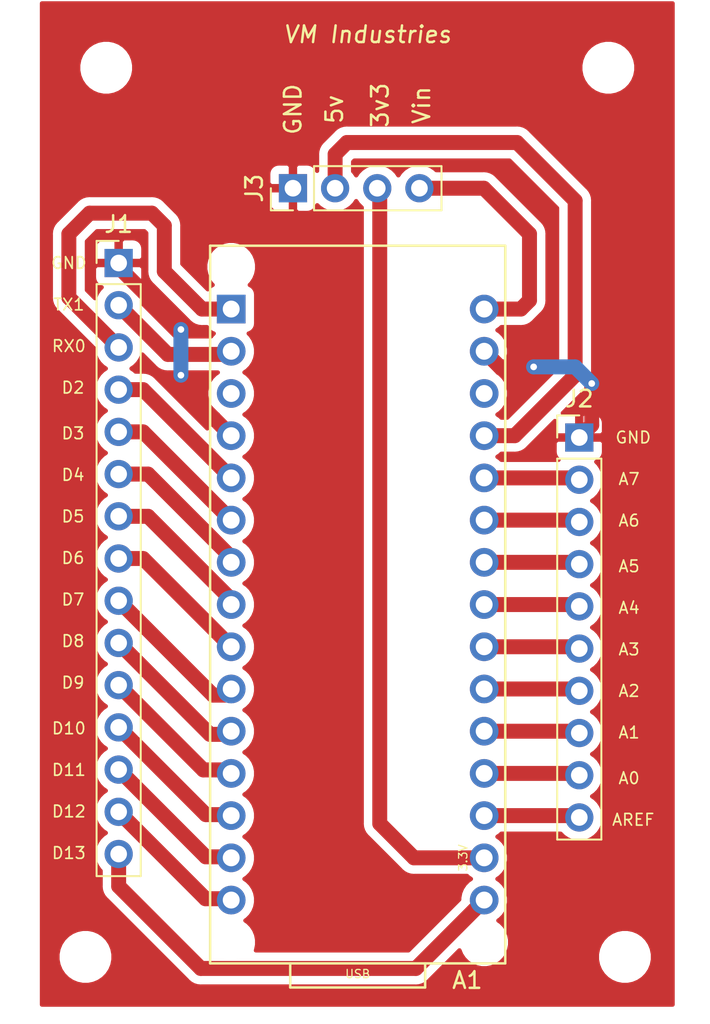
<source format=kicad_pcb>
(kicad_pcb (version 20171130) (host pcbnew "(5.1.10)-1")

  (general
    (thickness 1.6)
    (drawings 34)
    (tracks 97)
    (zones 0)
    (modules 8)
    (nets 31)
  )

  (page A4)
  (layers
    (0 F.Cu signal)
    (31 B.Cu signal)
    (32 B.Adhes user)
    (33 F.Adhes user)
    (34 B.Paste user)
    (35 F.Paste user)
    (36 B.SilkS user)
    (37 F.SilkS user)
    (38 B.Mask user)
    (39 F.Mask user)
    (40 Dwgs.User user)
    (41 Cmts.User user)
    (42 Eco1.User user)
    (43 Eco2.User user)
    (44 Edge.Cuts user)
    (45 Margin user)
    (46 B.CrtYd user)
    (47 F.CrtYd user)
    (48 B.Fab user)
    (49 F.Fab user)
  )

  (setup
    (last_trace_width 0.9)
    (user_trace_width 0.5)
    (user_trace_width 0.6)
    (user_trace_width 0.7)
    (user_trace_width 0.8)
    (user_trace_width 0.9)
    (user_trace_width 1)
    (trace_clearance 0.2)
    (zone_clearance 0.508)
    (zone_45_only no)
    (trace_min 0.2)
    (via_size 0.8)
    (via_drill 0.4)
    (via_min_size 0.4)
    (via_min_drill 0.3)
    (uvia_size 0.3)
    (uvia_drill 0.1)
    (uvias_allowed no)
    (uvia_min_size 0.2)
    (uvia_min_drill 0.1)
    (edge_width 0.05)
    (segment_width 0.2)
    (pcb_text_width 0.3)
    (pcb_text_size 1.5 1.5)
    (mod_edge_width 0.12)
    (mod_text_size 1 1)
    (mod_text_width 0.15)
    (pad_size 1.7272 1.7272)
    (pad_drill 1.016)
    (pad_to_mask_clearance 0)
    (aux_axis_origin 0 0)
    (visible_elements 7FFFFFFF)
    (pcbplotparams
      (layerselection 0x010fc_ffffffff)
      (usegerberextensions false)
      (usegerberattributes true)
      (usegerberadvancedattributes true)
      (creategerberjobfile true)
      (excludeedgelayer true)
      (linewidth 0.100000)
      (plotframeref false)
      (viasonmask false)
      (mode 1)
      (useauxorigin false)
      (hpglpennumber 1)
      (hpglpenspeed 20)
      (hpglpendiameter 15.000000)
      (psnegative false)
      (psa4output false)
      (plotreference true)
      (plotvalue true)
      (plotinvisibletext false)
      (padsonsilk false)
      (subtractmaskfromsilk false)
      (outputformat 1)
      (mirror false)
      (drillshape 1)
      (scaleselection 1)
      (outputdirectory ""))
  )

  (net 0 "")
  (net 1 GND)
  (net 2 "Net-(A1-PadVIN)")
  (net 3 "Net-(A1-Pad5V)")
  (net 4 "Net-(A1-PadA7)")
  (net 5 "Net-(A1-PadA6)")
  (net 6 "Net-(A1-PadA5)")
  (net 7 "Net-(A1-PadA4)")
  (net 8 "Net-(A1-PadA3)")
  (net 9 "Net-(A1-PadA2)")
  (net 10 "Net-(A1-PadA1)")
  (net 11 "Net-(A1-PadA0)")
  (net 12 "Net-(A1-PadAREF)")
  (net 13 "Net-(A1-PadD13)")
  (net 14 "Net-(A1-PadD12)")
  (net 15 "Net-(A1-PadD11)")
  (net 16 "Net-(A1-PadD10)")
  (net 17 "Net-(A1-PadD9)")
  (net 18 "Net-(A1-PadD8)")
  (net 19 "Net-(A1-PadD7)")
  (net 20 "Net-(A1-PadD6)")
  (net 21 "Net-(A1-PadD5)")
  (net 22 "Net-(A1-PadD4)")
  (net 23 "Net-(A1-PadD3)")
  (net 24 "Net-(A1-PadD2)")
  (net 25 "Net-(A1-PadD0)")
  (net 26 "Net-(A1-PadD1)")
  (net 27 "Net-(A1-Pad3V3)")
  (net 28 "Net-(A1-PadRST1)")
  (net 29 "Net-(A1-PadGND1)")
  (net 30 "Net-(A1-PadGND2)")

  (net_class Default "This is the default net class."
    (clearance 0.2)
    (trace_width 0.25)
    (via_dia 0.8)
    (via_drill 0.4)
    (uvia_dia 0.3)
    (uvia_drill 0.1)
    (add_net GND)
    (add_net "Net-(A1-Pad3V3)")
    (add_net "Net-(A1-Pad5V)")
    (add_net "Net-(A1-PadA0)")
    (add_net "Net-(A1-PadA1)")
    (add_net "Net-(A1-PadA2)")
    (add_net "Net-(A1-PadA3)")
    (add_net "Net-(A1-PadA4)")
    (add_net "Net-(A1-PadA5)")
    (add_net "Net-(A1-PadA6)")
    (add_net "Net-(A1-PadA7)")
    (add_net "Net-(A1-PadAREF)")
    (add_net "Net-(A1-PadD0)")
    (add_net "Net-(A1-PadD1)")
    (add_net "Net-(A1-PadD10)")
    (add_net "Net-(A1-PadD11)")
    (add_net "Net-(A1-PadD12)")
    (add_net "Net-(A1-PadD13)")
    (add_net "Net-(A1-PadD2)")
    (add_net "Net-(A1-PadD3)")
    (add_net "Net-(A1-PadD4)")
    (add_net "Net-(A1-PadD5)")
    (add_net "Net-(A1-PadD6)")
    (add_net "Net-(A1-PadD7)")
    (add_net "Net-(A1-PadD8)")
    (add_net "Net-(A1-PadD9)")
    (add_net "Net-(A1-PadGND1)")
    (add_net "Net-(A1-PadGND2)")
    (add_net "Net-(A1-PadRST1)")
    (add_net "Net-(A1-PadVIN)")
  )

  (module Arduino:Arduino_Nano_Socket (layer F.Cu) (tedit 60B258ED) (tstamp 60B10968)
    (at 501.65 -530.86)
    (descr https://store.arduino.cc/arduino-nano)
    (path /60AE7ECE)
    (fp_text reference A1 (at 6.604 1.016) (layer F.SilkS)
      (effects (font (size 1 1) (thickness 0.15)))
    )
    (fp_text value Arduino_Nano_v3.x (at 0 -21.082 90) (layer F.Fab)
      (effects (font (size 1 1) (thickness 0.15)))
    )
    (fp_circle (center 0 -39.37) (end 0.508 -39.37) (layer F.Fab) (width 0.15))
    (fp_circle (center 2.54 -39.37) (end 3.048 -39.37) (layer F.Fab) (width 0.15))
    (fp_circle (center 2.54 -41.91) (end 3.048 -41.91) (layer F.Fab) (width 0.15))
    (fp_circle (center -2.54 -39.37) (end -2.032 -39.37) (layer F.Fab) (width 0.15))
    (fp_circle (center 0 -41.91) (end 0.508 -41.91) (layer F.Fab) (width 0.15))
    (fp_circle (center -2.54 -41.91) (end -2.032 -41.91) (layer F.Fab) (width 0.15))
    (fp_line (start -3.302 1.778) (end -9.144 1.778) (layer F.CrtYd) (width 0.15))
    (fp_line (start -9.144 1.778) (end -9.144 -22.606) (layer F.CrtYd) (width 0.15))
    (fp_line (start -9.144 -22.606) (end -9.144 -43.434) (layer F.CrtYd) (width 0.15))
    (fp_line (start -9.144 -43.434) (end 9.144 -43.434) (layer F.CrtYd) (width 0.15))
    (fp_line (start 9.144 -43.434) (end 9.144 1.778) (layer F.CrtYd) (width 0.15))
    (fp_line (start 9.144 1.778) (end -3.302 1.778) (layer F.CrtYd) (width 0.15))
    (fp_line (start -4.064 0) (end -4.064 1.45) (layer F.SilkS) (width 0.15))
    (fp_line (start -4.064 1.45) (end 4.064 1.45) (layer F.SilkS) (width 0.15))
    (fp_line (start 4.064 1.45) (end 4.064 0) (layer F.SilkS) (width 0.15))
    (fp_line (start -8.89 -43.18) (end 8.89 -43.18) (layer F.SilkS) (width 0.15))
    (fp_line (start -8.89 0) (end 8.89 0) (layer F.SilkS) (width 0.15))
    (fp_line (start 8.89 -43.18) (end 8.89 0) (layer F.SilkS) (width 0.15))
    (fp_line (start -8.89 -43.18) (end -8.89 0) (layer F.SilkS) (width 0.15))
    (fp_text user ICSP (at 0 -40.64) (layer F.Fab)
      (effects (font (size 1 1) (thickness 0.15)))
    )
    (fp_text user 3.3V (at 6.35 -6.35 90) (layer F.SilkS)
      (effects (font (size 0.5 0.5) (thickness 0.075)))
    )
    (fp_text user USB (at 0 0.635) (layer F.SilkS)
      (effects (font (size 0.5 0.5) (thickness 0.075)))
    )
    (pad "" np_thru_hole circle (at 7.62 -1.27) (size 1.85 1.85) (drill 1.85) (layers *.Cu *.Mask))
    (pad "" np_thru_hole circle (at -7.62 -1.27) (size 1.85 1.85) (drill 1.85) (layers *.Cu *.Mask))
    (pad "" np_thru_hole circle (at 7.62 -41.91) (size 1.85 1.85) (drill 1.85) (layers *.Cu *.Mask))
    (pad "" np_thru_hole circle (at -7.62 -41.91) (size 1.85 1.85) (drill 1.85) (layers *.Cu *.Mask))
    (pad D1 thru_hole rect (at -7.62 -39.37) (size 1.7272 1.7272) (drill 1.016) (layers *.Cu *.Mask)
      (net 26 "Net-(A1-PadD1)"))
    (pad D0 thru_hole circle (at -7.62 -36.83) (size 1.7272 1.7272) (drill 1.016) (layers *.Cu *.Mask)
      (net 25 "Net-(A1-PadD0)"))
    (pad RST1 thru_hole circle (at -7.62 -34.29) (size 1.7272 1.7272) (drill 1.016) (layers *.Cu *.Mask)
      (net 28 "Net-(A1-PadRST1)"))
    (pad GND1 thru_hole circle (at -7.62 -31.75) (size 1.7272 1.7272) (drill 1.016) (layers *.Cu *.Mask)
      (net 29 "Net-(A1-PadGND1)"))
    (pad D2 thru_hole circle (at -7.62 -29.21) (size 1.7272 1.7272) (drill 1.016) (layers *.Cu *.Mask)
      (net 24 "Net-(A1-PadD2)"))
    (pad D3 thru_hole circle (at -7.62 -26.67) (size 1.7272 1.7272) (drill 1.016) (layers *.Cu *.Mask)
      (net 23 "Net-(A1-PadD3)"))
    (pad D4 thru_hole circle (at -7.62 -24.13) (size 1.7272 1.7272) (drill 1.016) (layers *.Cu *.Mask)
      (net 22 "Net-(A1-PadD4)"))
    (pad D5 thru_hole circle (at -7.62 -21.59) (size 1.7272 1.7272) (drill 1.016) (layers *.Cu *.Mask)
      (net 21 "Net-(A1-PadD5)"))
    (pad D6 thru_hole circle (at -7.62 -19.05) (size 1.7272 1.7272) (drill 1.016) (layers *.Cu *.Mask)
      (net 20 "Net-(A1-PadD6)"))
    (pad D7 thru_hole circle (at -7.62 -16.51) (size 1.7272 1.7272) (drill 1.016) (layers *.Cu *.Mask)
      (net 19 "Net-(A1-PadD7)"))
    (pad D8 thru_hole circle (at -7.62 -13.97) (size 1.7272 1.7272) (drill 1.016) (layers *.Cu *.Mask)
      (net 18 "Net-(A1-PadD8)"))
    (pad D9 thru_hole circle (at -7.62 -11.43) (size 1.7272 1.7272) (drill 1.016) (layers *.Cu *.Mask)
      (net 17 "Net-(A1-PadD9)"))
    (pad D10 thru_hole circle (at -7.62 -8.89) (size 1.7272 1.7272) (drill 1.016) (layers *.Cu *.Mask)
      (net 16 "Net-(A1-PadD10)"))
    (pad D11 thru_hole circle (at -7.62 -6.35) (size 1.7272 1.7272) (drill 1.016) (layers *.Cu *.Mask)
      (net 15 "Net-(A1-PadD11)"))
    (pad D12 thru_hole circle (at -7.62 -3.81) (size 1.7272 1.7272) (drill 1.016) (layers *.Cu *.Mask)
      (net 14 "Net-(A1-PadD12)"))
    (pad D13 thru_hole circle (at 7.62 -3.81) (size 1.7272 1.7272) (drill 1.016) (layers *.Cu *.Mask)
      (net 13 "Net-(A1-PadD13)"))
    (pad 3V3 thru_hole circle (at 7.62 -6.35) (size 1.7272 1.7272) (drill 1.016) (layers *.Cu *.Mask)
      (net 27 "Net-(A1-Pad3V3)"))
    (pad AREF thru_hole circle (at 7.62 -8.89) (size 1.7272 1.7272) (drill 1.016) (layers *.Cu *.Mask)
      (net 12 "Net-(A1-PadAREF)"))
    (pad A0 thru_hole circle (at 7.62 -11.43) (size 1.7272 1.7272) (drill 1.016) (layers *.Cu *.Mask)
      (net 11 "Net-(A1-PadA0)"))
    (pad A1 thru_hole circle (at 7.62 -13.97) (size 1.7272 1.7272) (drill 1.016) (layers *.Cu *.Mask)
      (net 10 "Net-(A1-PadA1)"))
    (pad A2 thru_hole circle (at 7.62 -16.51) (size 1.7272 1.7272) (drill 1.016) (layers *.Cu *.Mask)
      (net 9 "Net-(A1-PadA2)"))
    (pad A3 thru_hole circle (at 7.62 -19.05) (size 1.7272 1.7272) (drill 1.016) (layers *.Cu *.Mask)
      (net 8 "Net-(A1-PadA3)"))
    (pad A4 thru_hole circle (at 7.62 -21.59) (size 1.7272 1.7272) (drill 1.016) (layers *.Cu *.Mask)
      (net 7 "Net-(A1-PadA4)"))
    (pad A5 thru_hole circle (at 7.62 -24.13) (size 1.7272 1.7272) (drill 1.016) (layers *.Cu *.Mask)
      (net 6 "Net-(A1-PadA5)"))
    (pad A6 thru_hole circle (at 7.62 -26.67) (size 1.7272 1.7272) (drill 1.016) (layers *.Cu *.Mask)
      (net 5 "Net-(A1-PadA6)"))
    (pad A7 thru_hole circle (at 7.62 -29.21) (size 1.7272 1.7272) (drill 1.016) (layers *.Cu *.Mask)
      (net 4 "Net-(A1-PadA7)"))
    (pad 5V thru_hole circle (at 7.62 -31.75) (size 1.7272 1.7272) (drill 1.016) (layers *.Cu *.Mask)
      (net 3 "Net-(A1-Pad5V)"))
    (pad RST2 thru_hole circle (at 7.62 -34.29) (size 1.7272 1.7272) (drill 1.016) (layers *.Cu *.Mask))
    (pad GND2 thru_hole circle (at 7.62 -36.83) (size 1.7272 1.7272) (drill 1.016) (layers *.Cu *.Mask)
      (net 30 "Net-(A1-PadGND2)"))
    (pad VIN thru_hole circle (at 7.62 -39.37) (size 1.7272 1.7272) (drill 1.016) (layers *.Cu *.Mask)
      (net 2 "Net-(A1-PadVIN)"))
    (model "D:/Users/SpaceRonin/Herramientas/KiCad/3D/arduino nano.STEP"
      (offset (xyz -7.5 39.5 4))
      (scale (xyz 1 1 1))
      (rotate (xyz -90 0 90))
    )
  )

  (module MountingHole:MountingHole_2.1mm (layer F.Cu) (tedit 5B924765) (tstamp 60B13DDF)
    (at 486.5 -584.75)
    (descr "Mounting Hole 2.1mm, no annular")
    (tags "mounting hole 2.1mm no annular")
    (path /60B14D24)
    (attr virtual)
    (fp_text reference H1 (at 0 -3.2) (layer F.SilkS) hide
      (effects (font (size 1 1) (thickness 0.15)))
    )
    (fp_text value MountingHole (at 0 3.2) (layer F.Fab)
      (effects (font (size 1 1) (thickness 0.15)))
    )
    (fp_circle (center 0 0) (end 2.1 0) (layer Cmts.User) (width 0.15))
    (fp_circle (center 0 0) (end 2.35 0) (layer F.CrtYd) (width 0.05))
    (fp_text user %R (at 0.3 0) (layer F.Fab)
      (effects (font (size 1 1) (thickness 0.15)))
    )
    (pad "" np_thru_hole circle (at 0 0) (size 2.1 2.1) (drill 2.1) (layers *.Cu *.Mask))
  )

  (module MountingHole:MountingHole_2.1mm (layer F.Cu) (tedit 5B924765) (tstamp 60B13DE7)
    (at 516.75 -584.75)
    (descr "Mounting Hole 2.1mm, no annular")
    (tags "mounting hole 2.1mm no annular")
    (path /60B16466)
    (attr virtual)
    (fp_text reference H2 (at 0 -3.2) (layer F.SilkS) hide
      (effects (font (size 1 1) (thickness 0.15)))
    )
    (fp_text value MountingHole (at 0 3.2) (layer F.Fab)
      (effects (font (size 1 1) (thickness 0.15)))
    )
    (fp_circle (center 0 0) (end 2.1 0) (layer Cmts.User) (width 0.15))
    (fp_circle (center 0 0) (end 2.35 0) (layer F.CrtYd) (width 0.05))
    (fp_text user %R (at 0.3 0) (layer F.Fab)
      (effects (font (size 1 1) (thickness 0.15)))
    )
    (pad "" np_thru_hole circle (at 0 0) (size 2.1 2.1) (drill 2.1) (layers *.Cu *.Mask))
  )

  (module MountingHole:MountingHole_2.1mm (layer F.Cu) (tedit 5B924765) (tstamp 60B13DEF)
    (at 485.25 -531.25)
    (descr "Mounting Hole 2.1mm, no annular")
    (tags "mounting hole 2.1mm no annular")
    (path /60B14590)
    (attr virtual)
    (fp_text reference H3 (at 0 -3.2) (layer F.SilkS) hide
      (effects (font (size 1 1) (thickness 0.15)))
    )
    (fp_text value MountingHole (at 0 3.2) (layer F.Fab)
      (effects (font (size 1 1) (thickness 0.15)))
    )
    (fp_circle (center 0 0) (end 2.35 0) (layer F.CrtYd) (width 0.05))
    (fp_circle (center 0 0) (end 2.1 0) (layer Cmts.User) (width 0.15))
    (fp_text user %R (at 0.3 0) (layer F.Fab)
      (effects (font (size 1 1) (thickness 0.15)))
    )
    (pad "" np_thru_hole circle (at 0 0) (size 2.1 2.1) (drill 2.1) (layers *.Cu *.Mask))
  )

  (module MountingHole:MountingHole_2.1mm (layer F.Cu) (tedit 5B924765) (tstamp 60B13DF7)
    (at 517.75 -531.25)
    (descr "Mounting Hole 2.1mm, no annular")
    (tags "mounting hole 2.1mm no annular")
    (path /60B15CE2)
    (attr virtual)
    (fp_text reference H4 (at 0 -3.2) (layer F.SilkS) hide
      (effects (font (size 1 1) (thickness 0.15)))
    )
    (fp_text value MountingHole (at 0 3.2) (layer F.Fab)
      (effects (font (size 1 1) (thickness 0.15)))
    )
    (fp_circle (center 0 0) (end 2.35 0) (layer F.CrtYd) (width 0.05))
    (fp_circle (center 0 0) (end 2.1 0) (layer Cmts.User) (width 0.15))
    (fp_text user %R (at 0.3 0) (layer F.Fab)
      (effects (font (size 1 1) (thickness 0.15)))
    )
    (pad "" np_thru_hole circle (at 0 0) (size 2.1 2.1) (drill 2.1) (layers *.Cu *.Mask))
  )

  (module Connector_PinHeader_2.54mm:PinHeader_1x15_P2.54mm_Vertical (layer F.Cu) (tedit 60B25778) (tstamp 60B23626)
    (at 487.25 -573)
    (descr "Through hole straight pin header, 1x15, 2.54mm pitch, single row")
    (tags "Through hole pin header THT 1x15 2.54mm single row")
    (path /60AF31B3)
    (fp_text reference J1 (at 0 -2.33) (layer F.SilkS)
      (effects (font (size 1 1) (thickness 0.15)))
    )
    (fp_text value Conn_01x15_Male (at 0 37.89) (layer F.Fab)
      (effects (font (size 1 1) (thickness 0.15)))
    )
    (fp_line (start 1.8 -1.8) (end -1.8 -1.8) (layer F.CrtYd) (width 0.05))
    (fp_line (start 1.8 37.35) (end 1.8 -1.8) (layer F.CrtYd) (width 0.05))
    (fp_line (start -1.8 37.35) (end 1.8 37.35) (layer F.CrtYd) (width 0.05))
    (fp_line (start -1.8 -1.8) (end -1.8 37.35) (layer F.CrtYd) (width 0.05))
    (fp_line (start -1.33 -1.33) (end 0 -1.33) (layer F.SilkS) (width 0.12))
    (fp_line (start -1.33 0) (end -1.33 -1.33) (layer F.SilkS) (width 0.12))
    (fp_line (start -1.33 1.27) (end 1.33 1.27) (layer F.SilkS) (width 0.12))
    (fp_line (start 1.33 1.27) (end 1.33 36.89) (layer F.SilkS) (width 0.12))
    (fp_line (start -1.33 1.27) (end -1.33 36.89) (layer F.SilkS) (width 0.12))
    (fp_line (start -1.33 36.89) (end 1.33 36.89) (layer F.SilkS) (width 0.12))
    (fp_line (start -1.27 -0.635) (end -0.635 -1.27) (layer F.Fab) (width 0.1))
    (fp_line (start -1.27 36.83) (end -1.27 -0.635) (layer F.Fab) (width 0.1))
    (fp_line (start 1.27 36.83) (end -1.27 36.83) (layer F.Fab) (width 0.1))
    (fp_line (start 1.27 -1.27) (end 1.27 36.83) (layer F.Fab) (width 0.1))
    (fp_line (start -0.635 -1.27) (end 1.27 -1.27) (layer F.Fab) (width 0.1))
    (fp_text user %R (at 0 17.78 90) (layer F.Fab)
      (effects (font (size 1 1) (thickness 0.15)))
    )
    (pad 1 thru_hole rect (at 0 0) (size 1.7 1.7) (drill 1) (layers *.Cu *.Mask)
      (net 1 GND))
    (pad 2 thru_hole oval (at 0 2.54) (size 1.7 1.7) (drill 1) (layers *.Cu *.Mask)
      (net 25 "Net-(A1-PadD0)"))
    (pad 3 thru_hole oval (at 0 5.08) (size 1.7 1.7) (drill 1) (layers *.Cu *.Mask)
      (net 26 "Net-(A1-PadD1)"))
    (pad 4 thru_hole oval (at 0 7.62) (size 1.7 1.7) (drill 1) (layers *.Cu *.Mask)
      (net 24 "Net-(A1-PadD2)"))
    (pad 5 thru_hole oval (at 0 10.16) (size 1.7 1.7) (drill 1) (layers *.Cu *.Mask)
      (net 23 "Net-(A1-PadD3)"))
    (pad 6 thru_hole oval (at 0 12.7) (size 1.7 1.7) (drill 1) (layers *.Cu *.Mask)
      (net 22 "Net-(A1-PadD4)"))
    (pad 7 thru_hole oval (at 0 15.24) (size 1.7 1.7) (drill 1) (layers *.Cu *.Mask)
      (net 21 "Net-(A1-PadD5)"))
    (pad 8 thru_hole oval (at 0 17.78) (size 1.7 1.7) (drill 1) (layers *.Cu *.Mask)
      (net 20 "Net-(A1-PadD6)"))
    (pad 9 thru_hole oval (at 0 20.32) (size 1.7 1.7) (drill 1) (layers *.Cu *.Mask)
      (net 19 "Net-(A1-PadD7)"))
    (pad 10 thru_hole oval (at 0 22.86) (size 1.7 1.7) (drill 1) (layers *.Cu *.Mask)
      (net 18 "Net-(A1-PadD8)"))
    (pad 11 thru_hole oval (at 0 25.4) (size 1.7 1.7) (drill 1) (layers *.Cu *.Mask)
      (net 17 "Net-(A1-PadD9)"))
    (pad 12 thru_hole oval (at 0 27.94) (size 1.7 1.7) (drill 1) (layers *.Cu *.Mask)
      (net 16 "Net-(A1-PadD10)"))
    (pad 13 thru_hole oval (at 0 30.48) (size 1.7 1.7) (drill 1) (layers *.Cu *.Mask)
      (net 15 "Net-(A1-PadD11)"))
    (pad 14 thru_hole oval (at 0 33.02) (size 1.7 1.7) (drill 1) (layers *.Cu *.Mask)
      (net 14 "Net-(A1-PadD12)"))
    (pad 15 thru_hole oval (at 0 35.56) (size 1.7 1.7) (drill 1) (layers *.Cu *.Mask)
      (net 13 "Net-(A1-PadD13)"))
    (model ${KISYS3DMOD}/Connector_PinHeader_2.54mm.3dshapes/PinHeader_1x15_P2.54mm_Vertical.wrl
      (at (xyz 0 0 0))
      (scale (xyz 1 1 1))
      (rotate (xyz 0 0 0))
    )
  )

  (module Connector_PinHeader_2.54mm:PinHeader_1x10_P2.54mm_Vertical (layer F.Cu) (tedit 60B2575B) (tstamp 60B23648)
    (at 515 -562.5)
    (descr "Through hole straight pin header, 1x10, 2.54mm pitch, single row")
    (tags "Through hole pin header THT 1x10 2.54mm single row")
    (path /60B02FD3)
    (fp_text reference J2 (at 0 -2.33) (layer F.SilkS)
      (effects (font (size 1 1) (thickness 0.15)))
    )
    (fp_text value Conn_01x10_Male (at 0 25.19) (layer F.Fab)
      (effects (font (size 1 1) (thickness 0.15)))
    )
    (fp_line (start 1.8 -1.8) (end -1.8 -1.8) (layer F.CrtYd) (width 0.05))
    (fp_line (start 1.8 24.65) (end 1.8 -1.8) (layer F.CrtYd) (width 0.05))
    (fp_line (start -1.8 24.65) (end 1.8 24.65) (layer F.CrtYd) (width 0.05))
    (fp_line (start -1.8 -1.8) (end -1.8 24.65) (layer F.CrtYd) (width 0.05))
    (fp_line (start -1.33 -1.33) (end 0 -1.33) (layer F.SilkS) (width 0.12))
    (fp_line (start -1.33 0) (end -1.33 -1.33) (layer F.SilkS) (width 0.12))
    (fp_line (start -1.33 1.27) (end 1.33 1.27) (layer F.SilkS) (width 0.12))
    (fp_line (start 1.33 1.27) (end 1.33 24.19) (layer F.SilkS) (width 0.12))
    (fp_line (start -1.33 1.27) (end -1.33 24.19) (layer F.SilkS) (width 0.12))
    (fp_line (start -1.33 24.19) (end 1.33 24.19) (layer F.SilkS) (width 0.12))
    (fp_line (start -1.27 -0.635) (end -0.635 -1.27) (layer F.Fab) (width 0.1))
    (fp_line (start -1.27 24.13) (end -1.27 -0.635) (layer F.Fab) (width 0.1))
    (fp_line (start 1.27 24.13) (end -1.27 24.13) (layer F.Fab) (width 0.1))
    (fp_line (start 1.27 -1.27) (end 1.27 24.13) (layer F.Fab) (width 0.1))
    (fp_line (start -0.635 -1.27) (end 1.27 -1.27) (layer F.Fab) (width 0.1))
    (fp_text user %R (at 0 11.43 90) (layer F.Fab)
      (effects (font (size 1 1) (thickness 0.15)))
    )
    (pad 1 thru_hole rect (at 0 0) (size 1.7 1.7) (drill 1) (layers *.Cu *.Mask)
      (net 1 GND))
    (pad 2 thru_hole oval (at 0 2.54) (size 1.7 1.7) (drill 1) (layers *.Cu *.Mask)
      (net 4 "Net-(A1-PadA7)"))
    (pad 3 thru_hole oval (at 0 5.08) (size 1.7 1.7) (drill 1) (layers *.Cu *.Mask)
      (net 5 "Net-(A1-PadA6)"))
    (pad 4 thru_hole oval (at 0 7.62) (size 1.7 1.7) (drill 1) (layers *.Cu *.Mask)
      (net 6 "Net-(A1-PadA5)"))
    (pad 5 thru_hole oval (at 0 10.16) (size 1.7 1.7) (drill 1) (layers *.Cu *.Mask)
      (net 7 "Net-(A1-PadA4)"))
    (pad 6 thru_hole oval (at 0 12.7) (size 1.7 1.7) (drill 1) (layers *.Cu *.Mask)
      (net 8 "Net-(A1-PadA3)"))
    (pad 7 thru_hole oval (at 0 15.24) (size 1.7 1.7) (drill 1) (layers *.Cu *.Mask)
      (net 9 "Net-(A1-PadA2)"))
    (pad 8 thru_hole oval (at 0 17.78) (size 1.7 1.7) (drill 1) (layers *.Cu *.Mask)
      (net 10 "Net-(A1-PadA1)"))
    (pad 9 thru_hole oval (at 0 20.32) (size 1.7 1.7) (drill 1) (layers *.Cu *.Mask)
      (net 11 "Net-(A1-PadA0)"))
    (pad 10 thru_hole oval (at 0 22.86) (size 1.7 1.7) (drill 1) (layers *.Cu *.Mask)
      (net 12 "Net-(A1-PadAREF)"))
    (model ${KISYS3DMOD}/Connector_PinHeader_2.54mm.3dshapes/PinHeader_1x10_P2.54mm_Vertical.wrl
      (at (xyz 0 0 0))
      (scale (xyz 1 1 1))
      (rotate (xyz 0 0 0))
    )
  )

  (module Connector_PinHeader_2.54mm:PinHeader_1x04_P2.54mm_Vertical (layer F.Cu) (tedit 59FED5CC) (tstamp 60B25C81)
    (at 497.75 -577.5 90)
    (descr "Through hole straight pin header, 1x04, 2.54mm pitch, single row")
    (tags "Through hole pin header THT 1x04 2.54mm single row")
    (path /60B254E3)
    (fp_text reference J3 (at 0 -2.33 90) (layer F.SilkS)
      (effects (font (size 1 1) (thickness 0.15)))
    )
    (fp_text value Conn_01x04_Male (at 0 9.95 90) (layer F.Fab)
      (effects (font (size 1 1) (thickness 0.15)))
    )
    (fp_line (start -0.635 -1.27) (end 1.27 -1.27) (layer F.Fab) (width 0.1))
    (fp_line (start 1.27 -1.27) (end 1.27 8.89) (layer F.Fab) (width 0.1))
    (fp_line (start 1.27 8.89) (end -1.27 8.89) (layer F.Fab) (width 0.1))
    (fp_line (start -1.27 8.89) (end -1.27 -0.635) (layer F.Fab) (width 0.1))
    (fp_line (start -1.27 -0.635) (end -0.635 -1.27) (layer F.Fab) (width 0.1))
    (fp_line (start -1.33 8.95) (end 1.33 8.95) (layer F.SilkS) (width 0.12))
    (fp_line (start -1.33 1.27) (end -1.33 8.95) (layer F.SilkS) (width 0.12))
    (fp_line (start 1.33 1.27) (end 1.33 8.95) (layer F.SilkS) (width 0.12))
    (fp_line (start -1.33 1.27) (end 1.33 1.27) (layer F.SilkS) (width 0.12))
    (fp_line (start -1.33 0) (end -1.33 -1.33) (layer F.SilkS) (width 0.12))
    (fp_line (start -1.33 -1.33) (end 0 -1.33) (layer F.SilkS) (width 0.12))
    (fp_line (start -1.8 -1.8) (end -1.8 9.4) (layer F.CrtYd) (width 0.05))
    (fp_line (start -1.8 9.4) (end 1.8 9.4) (layer F.CrtYd) (width 0.05))
    (fp_line (start 1.8 9.4) (end 1.8 -1.8) (layer F.CrtYd) (width 0.05))
    (fp_line (start 1.8 -1.8) (end -1.8 -1.8) (layer F.CrtYd) (width 0.05))
    (fp_text user %R (at 0 3.81) (layer F.Fab)
      (effects (font (size 1 1) (thickness 0.15)))
    )
    (pad 1 thru_hole rect (at 0 0 90) (size 1.7 1.7) (drill 1) (layers *.Cu *.Mask)
      (net 1 GND))
    (pad 2 thru_hole oval (at 0 2.54 90) (size 1.7 1.7) (drill 1) (layers *.Cu *.Mask)
      (net 3 "Net-(A1-Pad5V)"))
    (pad 3 thru_hole oval (at 0 5.08 90) (size 1.7 1.7) (drill 1) (layers *.Cu *.Mask)
      (net 27 "Net-(A1-Pad3V3)"))
    (pad 4 thru_hole oval (at 0 7.62 90) (size 1.7 1.7) (drill 1) (layers *.Cu *.Mask)
      (net 2 "Net-(A1-PadVIN)"))
    (model ${KISYS3DMOD}/Connector_PinHeader_2.54mm.3dshapes/PinHeader_1x04_P2.54mm_Vertical.wrl
      (at (xyz 0 0 0))
      (scale (xyz 1 1 1))
      (rotate (xyz 0 0 0))
    )
  )

  (gr_text GND (at 518.25 -562.5) (layer F.SilkS) (tstamp 60B27536)
    (effects (font (size 0.7 0.7) (thickness 0.1)))
  )
  (gr_text A7 (at 518 -560) (layer F.SilkS) (tstamp 60B27536)
    (effects (font (size 0.7 0.7) (thickness 0.1)))
  )
  (gr_text A6 (at 518 -557.5) (layer F.SilkS) (tstamp 60B27536)
    (effects (font (size 0.7 0.7) (thickness 0.1)))
  )
  (gr_text A5 (at 518 -554.75) (layer F.SilkS) (tstamp 60B27536)
    (effects (font (size 0.7 0.7) (thickness 0.1)))
  )
  (gr_text A4 (at 518 -552.25) (layer F.SilkS) (tstamp 60B27536)
    (effects (font (size 0.7 0.7) (thickness 0.1)))
  )
  (gr_text A3 (at 518 -549.75) (layer F.SilkS) (tstamp 60B27536)
    (effects (font (size 0.7 0.7) (thickness 0.1)))
  )
  (gr_text A2 (at 518 -547.25) (layer F.SilkS) (tstamp 60B27536)
    (effects (font (size 0.7 0.7) (thickness 0.1)))
  )
  (gr_text A1 (at 518 -544.75) (layer F.SilkS) (tstamp 60B27536)
    (effects (font (size 0.7 0.7) (thickness 0.1)))
  )
  (gr_text A0 (at 518 -542) (layer F.SilkS) (tstamp 60B27536)
    (effects (font (size 0.7 0.7) (thickness 0.1)))
  )
  (gr_text AREF (at 518.25 -539.5) (layer F.SilkS) (tstamp 60B2752A)
    (effects (font (size 0.7 0.7) (thickness 0.1)))
  )
  (gr_text D13 (at 484.25 -537.5) (layer F.SilkS)
    (effects (font (size 0.7 0.7) (thickness 0.1)))
  )
  (gr_text D12 (at 484.25 -540) (layer F.SilkS)
    (effects (font (size 0.7 0.7) (thickness 0.1)))
  )
  (gr_text D11 (at 484.25 -542.5) (layer F.SilkS)
    (effects (font (size 0.7 0.7) (thickness 0.1)))
  )
  (gr_text D10 (at 484.25 -545) (layer F.SilkS)
    (effects (font (size 0.7 0.7) (thickness 0.1)))
  )
  (gr_text D9 (at 484.5 -547.75) (layer F.SilkS)
    (effects (font (size 0.7 0.7) (thickness 0.1)))
  )
  (gr_text D8 (at 484.5 -550.25) (layer F.SilkS)
    (effects (font (size 0.7 0.7) (thickness 0.1)))
  )
  (gr_text D7 (at 484.5 -552.75) (layer F.SilkS)
    (effects (font (size 0.7 0.7) (thickness 0.1)))
  )
  (gr_text D6 (at 484.5 -555.25) (layer F.SilkS)
    (effects (font (size 0.7 0.7) (thickness 0.1)))
  )
  (gr_text D5 (at 484.5 -557.75) (layer F.SilkS)
    (effects (font (size 0.7 0.7) (thickness 0.1)))
  )
  (gr_text D4 (at 484.5 -560.25) (layer F.SilkS)
    (effects (font (size 0.7 0.7) (thickness 0.1)))
  )
  (gr_text D3 (at 484.5 -562.75) (layer F.SilkS)
    (effects (font (size 0.7 0.7) (thickness 0.1)))
  )
  (gr_text D2 (at 484.5 -565.5) (layer F.SilkS)
    (effects (font (size 0.7 0.7) (thickness 0.1)))
  )
  (gr_text RX0 (at 484.25 -568) (layer F.SilkS)
    (effects (font (size 0.7 0.7) (thickness 0.1)))
  )
  (gr_text TX1 (at 484.25 -570.5) (layer F.SilkS)
    (effects (font (size 0.7 0.7) (thickness 0.1)))
  )
  (gr_text GND (at 484.25 -573) (layer F.SilkS)
    (effects (font (size 0.7 0.7) (thickness 0.1)))
  )
  (gr_text 5v (at 500.25 -582.25 90) (layer F.SilkS)
    (effects (font (size 1 1) (thickness 0.15)))
  )
  (gr_text 3v3 (at 503 -582.5 90) (layer F.SilkS)
    (effects (font (size 1 1) (thickness 0.15)))
  )
  (gr_text Vin (at 505.5 -582.5 90) (layer F.SilkS)
    (effects (font (size 1 1) (thickness 0.15)))
  )
  (gr_text GND (at 497.75 -582.25 90) (layer F.SilkS)
    (effects (font (size 1 1) (thickness 0.15)))
  )
  (gr_text "VM Industries" (at 502.25 -586.75) (layer F.SilkS)
    (effects (font (size 1 1) (thickness 0.15) italic))
  )
  (gr_line (start 482.5 -588.75) (end 520.7 -588.75) (layer Eco2.User) (width 0.15) (tstamp 60B17CC7))
  (gr_line (start 520.7 -528.32) (end 520.7 -588.75) (layer Eco2.User) (width 0.15))
  (gr_line (start 482.5 -528.32) (end 520.7 -528.32) (layer Eco2.User) (width 0.15))
  (gr_line (start 482.5 -588.75) (end 482.5 -528.32) (layer Eco2.User) (width 0.15))

  (segment (start 512.25 -566.75) (end 512.25 -566.75) (width 0.9) (layer B.Cu) (net 1) (tstamp 60B26C29))
  (via (at 512.25 -566.75) (size 0.8) (drill 0.4) (layers F.Cu B.Cu) (net 1))
  (segment (start 510.21 -566.75) (end 509.27 -567.69) (width 0.9) (layer F.Cu) (net 1))
  (segment (start 494.03 -562.61) (end 491 -565.64) (width 0.9) (layer F.Cu) (net 1))
  (segment (start 491 -565.64) (end 491 -566.25) (width 0.9) (layer F.Cu) (net 1))
  (segment (start 491 -566.25) (end 491 -566.25) (width 0.9) (layer F.Cu) (net 1) (tstamp 60B26C2B))
  (via (at 491 -566.25) (size 0.8) (drill 0.4) (layers F.Cu B.Cu) (net 1))
  (via (at 491 -569) (size 0.8) (drill 0.4) (layers F.Cu B.Cu) (net 1))
  (segment (start 491 -566.25) (end 491 -569) (width 0.9) (layer B.Cu) (net 1))
  (segment (start 487.25 -572.75) (end 491 -569) (width 0.9) (layer F.Cu) (net 1))
  (segment (start 487.25 -573) (end 487.25 -572.75) (width 0.9) (layer F.Cu) (net 1))
  (segment (start 514.75 -566.75) (end 515.75 -565.75) (width 0.9) (layer B.Cu) (net 1))
  (segment (start 512.25 -566.75) (end 514.75 -566.75) (width 0.9) (layer B.Cu) (net 1))
  (segment (start 515.75 -563.25) (end 515 -562.5) (width 0.9) (layer F.Cu) (net 1))
  (segment (start 515.75 -565.75) (end 515.75 -563.25) (width 0.9) (layer F.Cu) (net 1))
  (via (at 515.75 -565.75) (size 0.8) (drill 0.4) (layers F.Cu B.Cu) (net 1))
  (segment (start 512.25 -566.75) (end 510.21 -566.75) (width 0.9) (layer F.Cu) (net 1))
  (segment (start 509.34 -570.3) (end 509.27 -570.23) (width 1) (layer F.Cu) (net 2))
  (segment (start 511.48 -570.23) (end 509.27 -570.23) (width 0.9) (layer F.Cu) (net 2))
  (segment (start 512 -570.75) (end 511.48 -570.23) (width 0.9) (layer F.Cu) (net 2))
  (segment (start 512 -574.75) (end 512 -570.75) (width 0.9) (layer F.Cu) (net 2))
  (segment (start 509.25 -577.5) (end 512 -574.75) (width 0.9) (layer F.Cu) (net 2))
  (segment (start 505.37 -577.5) (end 509.25 -577.5) (width 0.9) (layer F.Cu) (net 2))
  (segment (start 500.29 -577.5) (end 500.29 -579.54) (width 0.9) (layer F.Cu) (net 3))
  (segment (start 500.29 -579.54) (end 501 -580.25) (width 0.9) (layer F.Cu) (net 3))
  (segment (start 501 -580.25) (end 511.25 -580.25) (width 0.9) (layer F.Cu) (net 3))
  (segment (start 511.25 -580.25) (end 514.75 -576.75) (width 0.9) (layer F.Cu) (net 3))
  (segment (start 514.75 -576.75) (end 514.75 -566.25) (width 0.9) (layer F.Cu) (net 3))
  (segment (start 511.11 -562.61) (end 509.27 -562.61) (width 0.9) (layer F.Cu) (net 3))
  (segment (start 514.75 -566.25) (end 511.11 -562.61) (width 0.9) (layer F.Cu) (net 3))
  (segment (start 514.89 -560.07) (end 515 -559.96) (width 0.9) (layer F.Cu) (net 4))
  (segment (start 509.27 -560.07) (end 514.89 -560.07) (width 0.9) (layer F.Cu) (net 4))
  (segment (start 514.89 -557.53) (end 515 -557.42) (width 0.9) (layer F.Cu) (net 5))
  (segment (start 509.27 -557.53) (end 514.89 -557.53) (width 0.9) (layer F.Cu) (net 5))
  (segment (start 514.89 -554.99) (end 515 -554.88) (width 0.9) (layer F.Cu) (net 6))
  (segment (start 509.27 -554.99) (end 514.89 -554.99) (width 0.9) (layer F.Cu) (net 6))
  (segment (start 514.89 -552.45) (end 515 -552.34) (width 0.9) (layer F.Cu) (net 7))
  (segment (start 509.27 -552.45) (end 514.89 -552.45) (width 0.9) (layer F.Cu) (net 7))
  (segment (start 514.89 -549.91) (end 515 -549.8) (width 0.9) (layer F.Cu) (net 8))
  (segment (start 509.27 -549.91) (end 514.89 -549.91) (width 0.9) (layer F.Cu) (net 8))
  (segment (start 514.89 -547.37) (end 515 -547.26) (width 0.9) (layer F.Cu) (net 9))
  (segment (start 509.27 -547.37) (end 514.89 -547.37) (width 0.9) (layer F.Cu) (net 9))
  (segment (start 514.89 -544.83) (end 515 -544.72) (width 0.9) (layer F.Cu) (net 10))
  (segment (start 509.27 -544.83) (end 514.89 -544.83) (width 0.9) (layer F.Cu) (net 10))
  (segment (start 514.89 -542.29) (end 515 -542.18) (width 0.9) (layer F.Cu) (net 11))
  (segment (start 509.27 -542.29) (end 514.89 -542.29) (width 0.9) (layer F.Cu) (net 11))
  (segment (start 514.89 -539.75) (end 515 -539.64) (width 0.9) (layer F.Cu) (net 12))
  (segment (start 509.27 -539.75) (end 514.89 -539.75) (width 0.9) (layer F.Cu) (net 12))
  (segment (start 487.25 -537.44) (end 487.25 -535.5) (width 0.9) (layer F.Cu) (net 13))
  (segment (start 505.154999 -530.554999) (end 509.27 -534.67) (width 0.9) (layer F.Cu) (net 13))
  (segment (start 492.195001 -530.554999) (end 505.154999 -530.554999) (width 0.9) (layer F.Cu) (net 13))
  (segment (start 487.25 -535.5) (end 492.195001 -530.554999) (width 0.9) (layer F.Cu) (net 13))
  (segment (start 487.25 -539.98) (end 492.48 -534.75) (width 0.9) (layer F.Cu) (net 14))
  (segment (start 493.95 -534.75) (end 494.03 -534.67) (width 0.9) (layer F.Cu) (net 14))
  (segment (start 492.48 -534.75) (end 493.95 -534.75) (width 0.9) (layer F.Cu) (net 14))
  (segment (start 487.25 -542.52) (end 492.5 -537.27) (width 0.9) (layer F.Cu) (net 15))
  (segment (start 493.97 -537.27) (end 494.03 -537.21) (width 0.9) (layer F.Cu) (net 15))
  (segment (start 492.5 -537.27) (end 493.97 -537.27) (width 0.9) (layer F.Cu) (net 15))
  (segment (start 487.25 -545.06) (end 492.5 -539.81) (width 0.9) (layer F.Cu) (net 16))
  (segment (start 493.97 -539.81) (end 494.03 -539.75) (width 0.9) (layer F.Cu) (net 16))
  (segment (start 492.5 -539.81) (end 493.97 -539.81) (width 0.9) (layer F.Cu) (net 16))
  (segment (start 487.25 -547.6) (end 492.35 -542.5) (width 0.9) (layer F.Cu) (net 17))
  (segment (start 493.82 -542.5) (end 494.03 -542.29) (width 0.9) (layer F.Cu) (net 17))
  (segment (start 492.35 -542.5) (end 493.82 -542.5) (width 0.9) (layer F.Cu) (net 17))
  (segment (start 487.25 -550.14) (end 492.75 -544.64) (width 0.9) (layer F.Cu) (net 18))
  (segment (start 493.84 -544.64) (end 494.03 -544.83) (width 0.9) (layer F.Cu) (net 18))
  (segment (start 492.75 -544.64) (end 493.84 -544.64) (width 0.9) (layer F.Cu) (net 18))
  (segment (start 487.25 -552.68) (end 492.93 -547) (width 0.9) (layer F.Cu) (net 19))
  (segment (start 493.66 -547) (end 494.03 -547.37) (width 0.9) (layer F.Cu) (net 19))
  (segment (start 492.93 -547) (end 493.66 -547) (width 0.9) (layer F.Cu) (net 19))
  (segment (start 488.72 -555.22) (end 494.03 -549.91) (width 0.9) (layer F.Cu) (net 20))
  (segment (start 487.25 -555.22) (end 488.72 -555.22) (width 0.9) (layer F.Cu) (net 20))
  (segment (start 494.03 -552.74987) (end 494.03 -552.45) (width 0.9) (layer F.Cu) (net 21))
  (segment (start 489.01987 -557.76) (end 494.03 -552.74987) (width 0.9) (layer F.Cu) (net 21))
  (segment (start 487.25 -557.76) (end 489.01987 -557.76) (width 0.9) (layer F.Cu) (net 21))
  (segment (start 494.03 -555.28987) (end 494.03 -554.99) (width 0.9) (layer F.Cu) (net 22))
  (segment (start 489.01987 -560.3) (end 494.03 -555.28987) (width 0.9) (layer F.Cu) (net 22))
  (segment (start 487.25 -560.3) (end 489.01987 -560.3) (width 0.9) (layer F.Cu) (net 22))
  (segment (start 488.72 -562.84) (end 494.03 -557.53) (width 0.9) (layer F.Cu) (net 23))
  (segment (start 487.25 -562.84) (end 488.72 -562.84) (width 0.9) (layer F.Cu) (net 23))
  (segment (start 488.72 -565.38) (end 494.03 -560.07) (width 0.9) (layer F.Cu) (net 24))
  (segment (start 487.25 -565.38) (end 488.72 -565.38) (width 0.9) (layer F.Cu) (net 24))
  (segment (start 487.25 -570.46) (end 490.21 -567.5) (width 0.9) (layer F.Cu) (net 25))
  (segment (start 493.84 -567.5) (end 494.03 -567.69) (width 0.9) (layer F.Cu) (net 25))
  (segment (start 490.21 -567.5) (end 493.84 -567.5) (width 0.9) (layer F.Cu) (net 25))
  (segment (start 484.25 -574.75) (end 484.25 -570.92) (width 0.9) (layer F.Cu) (net 26))
  (segment (start 485.5 -576) (end 484.25 -574.75) (width 0.9) (layer F.Cu) (net 26))
  (segment (start 489.25 -576) (end 485.5 -576) (width 0.9) (layer F.Cu) (net 26))
  (segment (start 490 -575.25) (end 489.25 -576) (width 0.9) (layer F.Cu) (net 26))
  (segment (start 492.27 -570.23) (end 490 -572.5) (width 0.9) (layer F.Cu) (net 26))
  (segment (start 484.25 -570.92) (end 487.25 -567.92) (width 0.9) (layer F.Cu) (net 26))
  (segment (start 490 -572.5) (end 490 -575.25) (width 0.9) (layer F.Cu) (net 26))
  (segment (start 494.03 -570.23) (end 492.27 -570.23) (width 0.9) (layer F.Cu) (net 26))
  (segment (start 505.04 -537.21) (end 509.27 -537.21) (width 0.9) (layer F.Cu) (net 27))
  (segment (start 502.98 -539.27) (end 505.04 -537.21) (width 0.9) (layer F.Cu) (net 27))
  (segment (start 502.98 -577.35) (end 502.98 -539.27) (width 0.9) (layer F.Cu) (net 27))
  (segment (start 502.83 -577.5) (end 502.98 -577.35) (width 0.9) (layer F.Cu) (net 27))

  (zone (net 1) (net_name GND) (layer F.Cu) (tstamp 0) (hatch edge 0.508)
    (connect_pads (clearance 0.508))
    (min_thickness 0.254)
    (fill yes (arc_segments 32) (thermal_gap 0.508) (thermal_bridge_width 0.508))
    (polygon
      (pts
        (xy 520.75 -528.25) (xy 482.5 -528.25) (xy 482.5 -588.75) (xy 520.75 -588.75)
      )
    )
    (filled_polygon
      (pts
        (xy 520.623 -528.377) (xy 482.627 -528.377) (xy 482.627 -531.415958) (xy 483.565 -531.415958) (xy 483.565 -531.084042)
        (xy 483.629754 -530.758504) (xy 483.756772 -530.451853) (xy 483.941175 -530.175875) (xy 484.175875 -529.941175) (xy 484.451853 -529.756772)
        (xy 484.758504 -529.629754) (xy 485.084042 -529.565) (xy 485.415958 -529.565) (xy 485.741496 -529.629754) (xy 486.048147 -529.756772)
        (xy 486.324125 -529.941175) (xy 486.558825 -530.175875) (xy 486.743228 -530.451853) (xy 486.870246 -530.758504) (xy 486.935 -531.084042)
        (xy 486.935 -531.415958) (xy 486.870246 -531.741496) (xy 486.743228 -532.048147) (xy 486.558825 -532.324125) (xy 486.324125 -532.558825)
        (xy 486.048147 -532.743228) (xy 485.741496 -532.870246) (xy 485.415958 -532.935) (xy 485.084042 -532.935) (xy 484.758504 -532.870246)
        (xy 484.451853 -532.743228) (xy 484.175875 -532.558825) (xy 483.941175 -532.324125) (xy 483.756772 -532.048147) (xy 483.629754 -531.741496)
        (xy 483.565 -531.415958) (xy 482.627 -531.415958) (xy 482.627 -574.75) (xy 483.159752 -574.75) (xy 483.165 -574.696714)
        (xy 483.165001 -570.973296) (xy 483.159752 -570.92) (xy 483.1807 -570.707303) (xy 483.23227 -570.537302) (xy 483.242742 -570.50278)
        (xy 483.343492 -570.31429) (xy 483.35522 -570.3) (xy 483.445105 -570.190474) (xy 483.44511 -570.190469) (xy 483.479079 -570.149078)
        (xy 483.52047 -570.115109) (xy 485.765 -567.870578) (xy 485.765 -567.77374) (xy 485.822068 -567.486842) (xy 485.93401 -567.216589)
        (xy 486.096525 -566.973368) (xy 486.303368 -566.766525) (xy 486.47776 -566.65) (xy 486.303368 -566.533475) (xy 486.096525 -566.326632)
        (xy 485.93401 -566.083411) (xy 485.822068 -565.813158) (xy 485.765 -565.52626) (xy 485.765 -565.23374) (xy 485.822068 -564.946842)
        (xy 485.93401 -564.676589) (xy 486.096525 -564.433368) (xy 486.303368 -564.226525) (xy 486.47776 -564.11) (xy 486.303368 -563.993475)
        (xy 486.096525 -563.786632) (xy 485.93401 -563.543411) (xy 485.822068 -563.273158) (xy 485.765 -562.98626) (xy 485.765 -562.69374)
        (xy 485.822068 -562.406842) (xy 485.93401 -562.136589) (xy 486.096525 -561.893368) (xy 486.303368 -561.686525) (xy 486.47776 -561.57)
        (xy 486.303368 -561.453475) (xy 486.096525 -561.246632) (xy 485.93401 -561.003411) (xy 485.822068 -560.733158) (xy 485.765 -560.44626)
        (xy 485.765 -560.15374) (xy 485.822068 -559.866842) (xy 485.93401 -559.596589) (xy 486.096525 -559.353368) (xy 486.303368 -559.146525)
        (xy 486.47776 -559.03) (xy 486.303368 -558.913475) (xy 486.096525 -558.706632) (xy 485.93401 -558.463411) (xy 485.822068 -558.193158)
        (xy 485.765 -557.90626) (xy 485.765 -557.61374) (xy 485.822068 -557.326842) (xy 485.93401 -557.056589) (xy 486.096525 -556.813368)
        (xy 486.303368 -556.606525) (xy 486.47776 -556.49) (xy 486.303368 -556.373475) (xy 486.096525 -556.166632) (xy 485.93401 -555.923411)
        (xy 485.822068 -555.653158) (xy 485.765 -555.36626) (xy 485.765 -555.07374) (xy 485.822068 -554.786842) (xy 485.93401 -554.516589)
        (xy 486.096525 -554.273368) (xy 486.303368 -554.066525) (xy 486.47776 -553.95) (xy 486.303368 -553.833475) (xy 486.096525 -553.626632)
        (xy 485.93401 -553.383411) (xy 485.822068 -553.113158) (xy 485.765 -552.82626) (xy 485.765 -552.53374) (xy 485.822068 -552.246842)
        (xy 485.93401 -551.976589) (xy 486.096525 -551.733368) (xy 486.303368 -551.526525) (xy 486.47776 -551.41) (xy 486.303368 -551.293475)
        (xy 486.096525 -551.086632) (xy 485.93401 -550.843411) (xy 485.822068 -550.573158) (xy 485.765 -550.28626) (xy 485.765 -549.99374)
        (xy 485.822068 -549.706842) (xy 485.93401 -549.436589) (xy 486.096525 -549.193368) (xy 486.303368 -548.986525) (xy 486.47776 -548.87)
        (xy 486.303368 -548.753475) (xy 486.096525 -548.546632) (xy 485.93401 -548.303411) (xy 485.822068 -548.033158) (xy 485.765 -547.74626)
        (xy 485.765 -547.45374) (xy 485.822068 -547.166842) (xy 485.93401 -546.896589) (xy 486.096525 -546.653368) (xy 486.303368 -546.446525)
        (xy 486.47776 -546.33) (xy 486.303368 -546.213475) (xy 486.096525 -546.006632) (xy 485.93401 -545.763411) (xy 485.822068 -545.493158)
        (xy 485.765 -545.20626) (xy 485.765 -544.91374) (xy 485.822068 -544.626842) (xy 485.93401 -544.356589) (xy 486.096525 -544.113368)
        (xy 486.303368 -543.906525) (xy 486.47776 -543.79) (xy 486.303368 -543.673475) (xy 486.096525 -543.466632) (xy 485.93401 -543.223411)
        (xy 485.822068 -542.953158) (xy 485.765 -542.66626) (xy 485.765 -542.37374) (xy 485.822068 -542.086842) (xy 485.93401 -541.816589)
        (xy 486.096525 -541.573368) (xy 486.303368 -541.366525) (xy 486.47776 -541.25) (xy 486.303368 -541.133475) (xy 486.096525 -540.926632)
        (xy 485.93401 -540.683411) (xy 485.822068 -540.413158) (xy 485.765 -540.12626) (xy 485.765 -539.83374) (xy 485.822068 -539.546842)
        (xy 485.93401 -539.276589) (xy 486.096525 -539.033368) (xy 486.303368 -538.826525) (xy 486.47776 -538.71) (xy 486.303368 -538.593475)
        (xy 486.096525 -538.386632) (xy 485.93401 -538.143411) (xy 485.822068 -537.873158) (xy 485.765 -537.58626) (xy 485.765 -537.29374)
        (xy 485.822068 -537.006842) (xy 485.93401 -536.736589) (xy 486.096525 -536.493368) (xy 486.165001 -536.424892) (xy 486.165001 -535.553296)
        (xy 486.159752 -535.5) (xy 486.1807 -535.287303) (xy 486.235357 -535.107125) (xy 486.242742 -535.08278) (xy 486.343492 -534.89429)
        (xy 486.391227 -534.836125) (xy 486.445105 -534.770474) (xy 486.44511 -534.770469) (xy 486.479079 -534.729078) (xy 486.52047 -534.695109)
        (xy 491.39011 -529.825468) (xy 491.424079 -529.784077) (xy 491.46547 -529.750108) (xy 491.465474 -529.750104) (xy 491.565321 -529.668161)
        (xy 491.589291 -529.64849) (xy 491.777781 -529.54774) (xy 491.982304 -529.485699) (xy 492.141707 -529.469999) (xy 492.141717 -529.469999)
        (xy 492.195 -529.464751) (xy 492.248283 -529.469999) (xy 505.101713 -529.469999) (xy 505.154999 -529.464751) (xy 505.208285 -529.469999)
        (xy 505.208293 -529.469999) (xy 505.367696 -529.485699) (xy 505.572219 -529.54774) (xy 505.760709 -529.64849) (xy 505.925921 -529.784077)
        (xy 505.959894 -529.825473) (xy 507.781501 -531.647079) (xy 507.887546 -531.391063) (xy 508.058269 -531.135558) (xy 508.275558 -530.918269)
        (xy 508.531063 -530.747546) (xy 508.814965 -530.62995) (xy 509.116353 -530.57) (xy 509.423647 -530.57) (xy 509.725035 -530.62995)
        (xy 510.008937 -530.747546) (xy 510.264442 -530.918269) (xy 510.481731 -531.135558) (xy 510.652454 -531.391063) (xy 510.662765 -531.415958)
        (xy 516.065 -531.415958) (xy 516.065 -531.084042) (xy 516.129754 -530.758504) (xy 516.256772 -530.451853) (xy 516.441175 -530.175875)
        (xy 516.675875 -529.941175) (xy 516.951853 -529.756772) (xy 517.258504 -529.629754) (xy 517.584042 -529.565) (xy 517.915958 -529.565)
        (xy 518.241496 -529.629754) (xy 518.548147 -529.756772) (xy 518.824125 -529.941175) (xy 519.058825 -530.175875) (xy 519.243228 -530.451853)
        (xy 519.370246 -530.758504) (xy 519.435 -531.084042) (xy 519.435 -531.415958) (xy 519.370246 -531.741496) (xy 519.243228 -532.048147)
        (xy 519.058825 -532.324125) (xy 518.824125 -532.558825) (xy 518.548147 -532.743228) (xy 518.241496 -532.870246) (xy 517.915958 -532.935)
        (xy 517.584042 -532.935) (xy 517.258504 -532.870246) (xy 516.951853 -532.743228) (xy 516.675875 -532.558825) (xy 516.441175 -532.324125)
        (xy 516.256772 -532.048147) (xy 516.129754 -531.741496) (xy 516.065 -531.415958) (xy 510.662765 -531.415958) (xy 510.77005 -531.674965)
        (xy 510.83 -531.976353) (xy 510.83 -532.283647) (xy 510.77005 -532.585035) (xy 510.652454 -532.868937) (xy 510.481731 -533.124442)
        (xy 510.264442 -533.341731) (xy 510.121978 -533.436922) (xy 510.225302 -533.505961) (xy 510.434039 -533.714698) (xy 510.598042 -533.960147)
        (xy 510.71101 -534.232875) (xy 510.7686 -534.522401) (xy 510.7686 -534.817599) (xy 510.71101 -535.107125) (xy 510.598042 -535.379853)
        (xy 510.434039 -535.625302) (xy 510.225302 -535.834039) (xy 510.066719 -535.94) (xy 510.225302 -536.045961) (xy 510.434039 -536.254698)
        (xy 510.598042 -536.500147) (xy 510.71101 -536.772875) (xy 510.7686 -537.062401) (xy 510.7686 -537.357599) (xy 510.71101 -537.647125)
        (xy 510.598042 -537.919853) (xy 510.434039 -538.165302) (xy 510.225302 -538.374039) (xy 510.066719 -538.48) (xy 510.225302 -538.585961)
        (xy 510.304341 -538.665) (xy 513.874893 -538.665) (xy 514.053368 -538.486525) (xy 514.296589 -538.32401) (xy 514.566842 -538.212068)
        (xy 514.85374 -538.155) (xy 515.14626 -538.155) (xy 515.433158 -538.212068) (xy 515.703411 -538.32401) (xy 515.946632 -538.486525)
        (xy 516.153475 -538.693368) (xy 516.31599 -538.936589) (xy 516.427932 -539.206842) (xy 516.485 -539.49374) (xy 516.485 -539.78626)
        (xy 516.427932 -540.073158) (xy 516.31599 -540.343411) (xy 516.153475 -540.586632) (xy 515.946632 -540.793475) (xy 515.77224 -540.91)
        (xy 515.946632 -541.026525) (xy 516.153475 -541.233368) (xy 516.31599 -541.476589) (xy 516.427932 -541.746842) (xy 516.485 -542.03374)
        (xy 516.485 -542.32626) (xy 516.427932 -542.613158) (xy 516.31599 -542.883411) (xy 516.153475 -543.126632) (xy 515.946632 -543.333475)
        (xy 515.77224 -543.45) (xy 515.946632 -543.566525) (xy 516.153475 -543.773368) (xy 516.31599 -544.016589) (xy 516.427932 -544.286842)
        (xy 516.485 -544.57374) (xy 516.485 -544.86626) (xy 516.427932 -545.153158) (xy 516.31599 -545.423411) (xy 516.153475 -545.666632)
        (xy 515.946632 -545.873475) (xy 515.77224 -545.99) (xy 515.946632 -546.106525) (xy 516.153475 -546.313368) (xy 516.31599 -546.556589)
        (xy 516.427932 -546.826842) (xy 516.485 -547.11374) (xy 516.485 -547.40626) (xy 516.427932 -547.693158) (xy 516.31599 -547.963411)
        (xy 516.153475 -548.206632) (xy 515.946632 -548.413475) (xy 515.77224 -548.53) (xy 515.946632 -548.646525) (xy 516.153475 -548.853368)
        (xy 516.31599 -549.096589) (xy 516.427932 -549.366842) (xy 516.485 -549.65374) (xy 516.485 -549.94626) (xy 516.427932 -550.233158)
        (xy 516.31599 -550.503411) (xy 516.153475 -550.746632) (xy 515.946632 -550.953475) (xy 515.77224 -551.07) (xy 515.946632 -551.186525)
        (xy 516.153475 -551.393368) (xy 516.31599 -551.636589) (xy 516.427932 -551.906842) (xy 516.485 -552.19374) (xy 516.485 -552.48626)
        (xy 516.427932 -552.773158) (xy 516.31599 -553.043411) (xy 516.153475 -553.286632) (xy 515.946632 -553.493475) (xy 515.77224 -553.61)
        (xy 515.946632 -553.726525) (xy 516.153475 -553.933368) (xy 516.31599 -554.176589) (xy 516.427932 -554.446842) (xy 516.485 -554.73374)
        (xy 516.485 -555.02626) (xy 516.427932 -555.313158) (xy 516.31599 -555.583411) (xy 516.153475 -555.826632) (xy 515.946632 -556.033475)
        (xy 515.77224 -556.15) (xy 515.946632 -556.266525) (xy 516.153475 -556.473368) (xy 516.31599 -556.716589) (xy 516.427932 -556.986842)
        (xy 516.485 -557.27374) (xy 516.485 -557.56626) (xy 516.427932 -557.853158) (xy 516.31599 -558.123411) (xy 516.153475 -558.366632)
        (xy 515.946632 -558.573475) (xy 515.77224 -558.69) (xy 515.946632 -558.806525) (xy 516.153475 -559.013368) (xy 516.31599 -559.256589)
        (xy 516.427932 -559.526842) (xy 516.485 -559.81374) (xy 516.485 -560.10626) (xy 516.427932 -560.393158) (xy 516.31599 -560.663411)
        (xy 516.153475 -560.906632) (xy 516.02162 -561.038487) (xy 516.09418 -561.060498) (xy 516.204494 -561.119463) (xy 516.301185 -561.198815)
        (xy 516.380537 -561.295506) (xy 516.439502 -561.40582) (xy 516.475812 -561.525518) (xy 516.488072 -561.65) (xy 516.485 -562.21425)
        (xy 516.32625 -562.373) (xy 515.127 -562.373) (xy 515.127 -562.353) (xy 514.873 -562.353) (xy 514.873 -562.373)
        (xy 513.67375 -562.373) (xy 513.515 -562.21425) (xy 513.511928 -561.65) (xy 513.524188 -561.525518) (xy 513.560498 -561.40582)
        (xy 513.619463 -561.295506) (xy 513.698815 -561.198815) (xy 513.752204 -561.155) (xy 510.304341 -561.155) (xy 510.225302 -561.234039)
        (xy 510.066719 -561.34) (xy 510.225302 -561.445961) (xy 510.304341 -561.525) (xy 511.056714 -561.525) (xy 511.11 -561.519752)
        (xy 511.163286 -561.525) (xy 511.163294 -561.525) (xy 511.322697 -561.5407) (xy 511.52722 -561.602741) (xy 511.71571 -561.703491)
        (xy 511.880922 -561.839078) (xy 511.914895 -561.880474) (xy 513.530843 -563.496422) (xy 513.524188 -563.474482) (xy 513.511928 -563.35)
        (xy 513.515 -562.78575) (xy 513.67375 -562.627) (xy 514.873 -562.627) (xy 514.873 -563.82625) (xy 515.127 -563.82625)
        (xy 515.127 -562.627) (xy 516.32625 -562.627) (xy 516.485 -562.78575) (xy 516.488072 -563.35) (xy 516.475812 -563.474482)
        (xy 516.439502 -563.59418) (xy 516.380537 -563.704494) (xy 516.301185 -563.801185) (xy 516.204494 -563.880537) (xy 516.09418 -563.939502)
        (xy 515.974482 -563.975812) (xy 515.85 -563.988072) (xy 515.28575 -563.985) (xy 515.127 -563.82625) (xy 514.873 -563.82625)
        (xy 514.71425 -563.985) (xy 514.15 -563.988072) (xy 514.025518 -563.975812) (xy 514.003578 -563.969157) (xy 515.479531 -565.445109)
        (xy 515.520922 -565.479078) (xy 515.554891 -565.520469) (xy 515.554895 -565.520473) (xy 515.656508 -565.644289) (xy 515.656509 -565.64429)
        (xy 515.757259 -565.83278) (xy 515.8193 -566.037303) (xy 515.835 -566.196706) (xy 515.835 -566.196713) (xy 515.840248 -566.249999)
        (xy 515.835 -566.303285) (xy 515.835 -576.696718) (xy 515.840248 -576.750001) (xy 515.835 -576.803284) (xy 515.835 -576.803294)
        (xy 515.8193 -576.962697) (xy 515.757259 -577.16722) (xy 515.656509 -577.35571) (xy 515.636838 -577.37968) (xy 515.554895 -577.479527)
        (xy 515.554891 -577.479531) (xy 515.520922 -577.520922) (xy 515.479531 -577.554891) (xy 512.054895 -580.979526) (xy 512.020922 -581.020922)
        (xy 511.85571 -581.156509) (xy 511.66722 -581.257259) (xy 511.462697 -581.3193) (xy 511.303294 -581.335) (xy 511.303286 -581.335)
        (xy 511.25 -581.340248) (xy 511.196714 -581.335) (xy 501.053286 -581.335) (xy 501 -581.340248) (xy 500.946714 -581.335)
        (xy 500.946706 -581.335) (xy 500.787303 -581.3193) (xy 500.582779 -581.257259) (xy 500.39429 -581.156509) (xy 500.229078 -581.020922)
        (xy 500.195105 -580.979526) (xy 499.56047 -580.344891) (xy 499.519079 -580.310922) (xy 499.48511 -580.269531) (xy 499.485105 -580.269526)
        (xy 499.469081 -580.25) (xy 499.383492 -580.14571) (xy 499.325547 -580.037303) (xy 499.282742 -579.95722) (xy 499.2207 -579.752697)
        (xy 499.199752 -579.54) (xy 499.205001 -579.486704) (xy 499.205001 -578.543088) (xy 499.189502 -578.59418) (xy 499.130537 -578.704494)
        (xy 499.051185 -578.801185) (xy 498.954494 -578.880537) (xy 498.84418 -578.939502) (xy 498.724482 -578.975812) (xy 498.6 -578.988072)
        (xy 498.03575 -578.985) (xy 497.877 -578.82625) (xy 497.877 -577.627) (xy 497.897 -577.627) (xy 497.897 -577.373)
        (xy 497.877 -577.373) (xy 497.877 -576.17375) (xy 498.03575 -576.015) (xy 498.6 -576.011928) (xy 498.724482 -576.024188)
        (xy 498.84418 -576.060498) (xy 498.954494 -576.119463) (xy 499.051185 -576.198815) (xy 499.130537 -576.295506) (xy 499.189502 -576.40582)
        (xy 499.211513 -576.47838) (xy 499.343368 -576.346525) (xy 499.586589 -576.18401) (xy 499.856842 -576.072068) (xy 500.14374 -576.015)
        (xy 500.43626 -576.015) (xy 500.723158 -576.072068) (xy 500.993411 -576.18401) (xy 501.236632 -576.346525) (xy 501.443475 -576.553368)
        (xy 501.56 -576.72776) (xy 501.676525 -576.553368) (xy 501.883368 -576.346525) (xy 501.895 -576.338753) (xy 501.895001 -539.323296)
        (xy 501.889752 -539.27) (xy 501.9107 -539.057303) (xy 501.947319 -538.936589) (xy 501.972742 -538.85278) (xy 502.073492 -538.66429)
        (xy 502.084391 -538.65101) (xy 502.175105 -538.540474) (xy 502.17511 -538.540469) (xy 502.209079 -538.499078) (xy 502.25047 -538.465109)
        (xy 504.235109 -536.480469) (xy 504.269078 -536.439078) (xy 504.310469 -536.405109) (xy 504.310473 -536.405105) (xy 504.361179 -536.363492)
        (xy 504.43429 -536.303491) (xy 504.62278 -536.202741) (xy 504.827303 -536.1407) (xy 504.986706 -536.125) (xy 504.986714 -536.125)
        (xy 505.04 -536.119752) (xy 505.093286 -536.125) (xy 508.235659 -536.125) (xy 508.314698 -536.045961) (xy 508.473281 -535.94)
        (xy 508.314698 -535.834039) (xy 508.105961 -535.625302) (xy 507.941958 -535.379853) (xy 507.82899 -535.107125) (xy 507.7714 -534.817599)
        (xy 507.7714 -534.705822) (xy 504.705578 -531.639999) (xy 495.515567 -531.639999) (xy 495.53005 -531.674965) (xy 495.59 -531.976353)
        (xy 495.59 -532.283647) (xy 495.53005 -532.585035) (xy 495.412454 -532.868937) (xy 495.241731 -533.124442) (xy 495.024442 -533.341731)
        (xy 494.881978 -533.436922) (xy 494.985302 -533.505961) (xy 495.194039 -533.714698) (xy 495.358042 -533.960147) (xy 495.47101 -534.232875)
        (xy 495.5286 -534.522401) (xy 495.5286 -534.817599) (xy 495.47101 -535.107125) (xy 495.358042 -535.379853) (xy 495.194039 -535.625302)
        (xy 494.985302 -535.834039) (xy 494.826719 -535.94) (xy 494.985302 -536.045961) (xy 495.194039 -536.254698) (xy 495.358042 -536.500147)
        (xy 495.47101 -536.772875) (xy 495.5286 -537.062401) (xy 495.5286 -537.357599) (xy 495.47101 -537.647125) (xy 495.358042 -537.919853)
        (xy 495.194039 -538.165302) (xy 494.985302 -538.374039) (xy 494.826719 -538.48) (xy 494.985302 -538.585961) (xy 495.194039 -538.794698)
        (xy 495.358042 -539.040147) (xy 495.47101 -539.312875) (xy 495.5286 -539.602401) (xy 495.5286 -539.897599) (xy 495.47101 -540.187125)
        (xy 495.358042 -540.459853) (xy 495.194039 -540.705302) (xy 494.985302 -540.914039) (xy 494.826719 -541.02) (xy 494.985302 -541.125961)
        (xy 495.194039 -541.334698) (xy 495.358042 -541.580147) (xy 495.47101 -541.852875) (xy 495.5286 -542.142401) (xy 495.5286 -542.437599)
        (xy 495.47101 -542.727125) (xy 495.358042 -542.999853) (xy 495.194039 -543.245302) (xy 494.985302 -543.454039) (xy 494.826719 -543.56)
        (xy 494.985302 -543.665961) (xy 495.194039 -543.874698) (xy 495.358042 -544.120147) (xy 495.47101 -544.392875) (xy 495.5286 -544.682401)
        (xy 495.5286 -544.977599) (xy 495.47101 -545.267125) (xy 495.358042 -545.539853) (xy 495.194039 -545.785302) (xy 494.985302 -545.994039)
        (xy 494.826719 -546.1) (xy 494.985302 -546.205961) (xy 495.194039 -546.414698) (xy 495.358042 -546.660147) (xy 495.47101 -546.932875)
        (xy 495.5286 -547.222401) (xy 495.5286 -547.517599) (xy 495.47101 -547.807125) (xy 495.358042 -548.079853) (xy 495.194039 -548.325302)
        (xy 494.985302 -548.534039) (xy 494.826719 -548.64) (xy 494.985302 -548.745961) (xy 495.194039 -548.954698) (xy 495.358042 -549.200147)
        (xy 495.47101 -549.472875) (xy 495.5286 -549.762401) (xy 495.5286 -550.057599) (xy 495.47101 -550.347125) (xy 495.358042 -550.619853)
        (xy 495.194039 -550.865302) (xy 494.985302 -551.074039) (xy 494.826719 -551.18) (xy 494.985302 -551.285961) (xy 495.194039 -551.494698)
        (xy 495.358042 -551.740147) (xy 495.47101 -552.012875) (xy 495.5286 -552.302401) (xy 495.5286 -552.597599) (xy 495.47101 -552.887125)
        (xy 495.358042 -553.159853) (xy 495.194039 -553.405302) (xy 494.985302 -553.614039) (xy 494.826719 -553.72) (xy 494.985302 -553.825961)
        (xy 495.194039 -554.034698) (xy 495.358042 -554.280147) (xy 495.47101 -554.552875) (xy 495.5286 -554.842401) (xy 495.5286 -555.137599)
        (xy 495.47101 -555.427125) (xy 495.358042 -555.699853) (xy 495.194039 -555.945302) (xy 494.985302 -556.154039) (xy 494.826719 -556.26)
        (xy 494.985302 -556.365961) (xy 495.194039 -556.574698) (xy 495.358042 -556.820147) (xy 495.47101 -557.092875) (xy 495.5286 -557.382401)
        (xy 495.5286 -557.677599) (xy 495.47101 -557.967125) (xy 495.358042 -558.239853) (xy 495.194039 -558.485302) (xy 494.985302 -558.694039)
        (xy 494.826719 -558.8) (xy 494.985302 -558.905961) (xy 495.194039 -559.114698) (xy 495.358042 -559.360147) (xy 495.47101 -559.632875)
        (xy 495.5286 -559.922401) (xy 495.5286 -560.217599) (xy 495.47101 -560.507125) (xy 495.358042 -560.779853) (xy 495.194039 -561.025302)
        (xy 494.985302 -561.234039) (xy 494.826719 -561.34) (xy 494.985302 -561.445961) (xy 495.194039 -561.654698) (xy 495.358042 -561.900147)
        (xy 495.47101 -562.172875) (xy 495.5286 -562.462401) (xy 495.5286 -562.757599) (xy 495.47101 -563.047125) (xy 495.358042 -563.319853)
        (xy 495.194039 -563.565302) (xy 494.985302 -563.774039) (xy 494.826719 -563.88) (xy 494.985302 -563.985961) (xy 495.194039 -564.194698)
        (xy 495.358042 -564.440147) (xy 495.47101 -564.712875) (xy 495.5286 -565.002401) (xy 495.5286 -565.297599) (xy 495.47101 -565.587125)
        (xy 495.358042 -565.859853) (xy 495.194039 -566.105302) (xy 494.985302 -566.314039) (xy 494.826719 -566.42) (xy 494.985302 -566.525961)
        (xy 495.194039 -566.734698) (xy 495.358042 -566.980147) (xy 495.47101 -567.252875) (xy 495.5286 -567.542401) (xy 495.5286 -567.837599)
        (xy 495.47101 -568.127125) (xy 495.358042 -568.399853) (xy 495.194039 -568.645302) (xy 495.079977 -568.759364) (xy 495.13778 -568.776898)
        (xy 495.248094 -568.835863) (xy 495.344785 -568.915215) (xy 495.424137 -569.011906) (xy 495.483102 -569.12222) (xy 495.519412 -569.241918)
        (xy 495.531672 -569.3664) (xy 495.531672 -571.0936) (xy 495.519412 -571.218082) (xy 495.483102 -571.33778) (xy 495.424137 -571.448094)
        (xy 495.344785 -571.544785) (xy 495.248094 -571.624137) (xy 495.145271 -571.679098) (xy 495.241731 -571.775558) (xy 495.412454 -572.031063)
        (xy 495.53005 -572.314965) (xy 495.59 -572.616353) (xy 495.59 -572.923647) (xy 495.53005 -573.225035) (xy 495.412454 -573.508937)
        (xy 495.241731 -573.764442) (xy 495.024442 -573.981731) (xy 494.768937 -574.152454) (xy 494.485035 -574.27005) (xy 494.183647 -574.33)
        (xy 493.876353 -574.33) (xy 493.574965 -574.27005) (xy 493.291063 -574.152454) (xy 493.035558 -573.981731) (xy 492.818269 -573.764442)
        (xy 492.647546 -573.508937) (xy 492.52995 -573.225035) (xy 492.47 -572.923647) (xy 492.47 -572.616353) (xy 492.52995 -572.314965)
        (xy 492.647546 -572.031063) (xy 492.818269 -571.775558) (xy 492.914729 -571.679098) (xy 492.811906 -571.624137) (xy 492.715215 -571.544785)
        (xy 492.635863 -571.448094) (xy 492.618608 -571.415813) (xy 491.085 -572.949421) (xy 491.085 -575.196715) (xy 491.090248 -575.250001)
        (xy 491.085 -575.303287) (xy 491.085 -575.303294) (xy 491.0693 -575.462697) (xy 491.007259 -575.66722) (xy 490.906509 -575.85571)
        (xy 490.805263 -575.979078) (xy 490.804895 -575.979527) (xy 490.804891 -575.979531) (xy 490.770922 -576.020922) (xy 490.729531 -576.054891)
        (xy 490.134422 -576.65) (xy 496.261928 -576.65) (xy 496.274188 -576.525518) (xy 496.310498 -576.40582) (xy 496.369463 -576.295506)
        (xy 496.448815 -576.198815) (xy 496.545506 -576.119463) (xy 496.65582 -576.060498) (xy 496.775518 -576.024188) (xy 496.9 -576.011928)
        (xy 497.46425 -576.015) (xy 497.623 -576.17375) (xy 497.623 -577.373) (xy 496.42375 -577.373) (xy 496.265 -577.21425)
        (xy 496.261928 -576.65) (xy 490.134422 -576.65) (xy 490.054895 -576.729526) (xy 490.020922 -576.770922) (xy 489.85571 -576.906509)
        (xy 489.66722 -577.007259) (xy 489.462697 -577.0693) (xy 489.303294 -577.085) (xy 489.303286 -577.085) (xy 489.25 -577.090248)
        (xy 489.196714 -577.085) (xy 485.553286 -577.085) (xy 485.5 -577.090248) (xy 485.446714 -577.085) (xy 485.446706 -577.085)
        (xy 485.287303 -577.0693) (xy 485.08278 -577.007259) (xy 484.89429 -576.906509) (xy 484.823415 -576.848343) (xy 484.770473 -576.804895)
        (xy 484.770469 -576.804891) (xy 484.729078 -576.770922) (xy 484.695109 -576.729531) (xy 483.520474 -575.554895) (xy 483.479078 -575.520922)
        (xy 483.343491 -575.35571) (xy 483.242741 -575.167219) (xy 483.220376 -575.093491) (xy 483.180701 -574.962698) (xy 483.1807 -574.962696)
        (xy 483.165 -574.803293) (xy 483.165 -574.803286) (xy 483.159752 -574.75) (xy 482.627 -574.75) (xy 482.627 -578.35)
        (xy 496.261928 -578.35) (xy 496.265 -577.78575) (xy 496.42375 -577.627) (xy 497.623 -577.627) (xy 497.623 -578.82625)
        (xy 497.46425 -578.985) (xy 496.9 -578.988072) (xy 496.775518 -578.975812) (xy 496.65582 -578.939502) (xy 496.545506 -578.880537)
        (xy 496.448815 -578.801185) (xy 496.369463 -578.704494) (xy 496.310498 -578.59418) (xy 496.274188 -578.474482) (xy 496.261928 -578.35)
        (xy 482.627 -578.35) (xy 482.627 -584.915958) (xy 484.815 -584.915958) (xy 484.815 -584.584042) (xy 484.879754 -584.258504)
        (xy 485.006772 -583.951853) (xy 485.191175 -583.675875) (xy 485.425875 -583.441175) (xy 485.701853 -583.256772) (xy 486.008504 -583.129754)
        (xy 486.334042 -583.065) (xy 486.665958 -583.065) (xy 486.991496 -583.129754) (xy 487.298147 -583.256772) (xy 487.574125 -583.441175)
        (xy 487.808825 -583.675875) (xy 487.993228 -583.951853) (xy 488.120246 -584.258504) (xy 488.185 -584.584042) (xy 488.185 -584.915958)
        (xy 515.065 -584.915958) (xy 515.065 -584.584042) (xy 515.129754 -584.258504) (xy 515.256772 -583.951853) (xy 515.441175 -583.675875)
        (xy 515.675875 -583.441175) (xy 515.951853 -583.256772) (xy 516.258504 -583.129754) (xy 516.584042 -583.065) (xy 516.915958 -583.065)
        (xy 517.241496 -583.129754) (xy 517.548147 -583.256772) (xy 517.824125 -583.441175) (xy 518.058825 -583.675875) (xy 518.243228 -583.951853)
        (xy 518.370246 -584.258504) (xy 518.435 -584.584042) (xy 518.435 -584.915958) (xy 518.370246 -585.241496) (xy 518.243228 -585.548147)
        (xy 518.058825 -585.824125) (xy 517.824125 -586.058825) (xy 517.548147 -586.243228) (xy 517.241496 -586.370246) (xy 516.915958 -586.435)
        (xy 516.584042 -586.435) (xy 516.258504 -586.370246) (xy 515.951853 -586.243228) (xy 515.675875 -586.058825) (xy 515.441175 -585.824125)
        (xy 515.256772 -585.548147) (xy 515.129754 -585.241496) (xy 515.065 -584.915958) (xy 488.185 -584.915958) (xy 488.120246 -585.241496)
        (xy 487.993228 -585.548147) (xy 487.808825 -585.824125) (xy 487.574125 -586.058825) (xy 487.298147 -586.243228) (xy 486.991496 -586.370246)
        (xy 486.665958 -586.435) (xy 486.334042 -586.435) (xy 486.008504 -586.370246) (xy 485.701853 -586.243228) (xy 485.425875 -586.058825)
        (xy 485.191175 -585.824125) (xy 485.006772 -585.548147) (xy 484.879754 -585.241496) (xy 484.815 -584.915958) (xy 482.627 -584.915958)
        (xy 482.627 -588.623) (xy 520.623 -588.623)
      )
    )
    (filled_polygon
      (pts
        (xy 489.405109 -566.770469) (xy 489.439078 -566.729078) (xy 489.480469 -566.695109) (xy 489.480473 -566.695105) (xy 489.533415 -566.651657)
        (xy 489.60429 -566.593491) (xy 489.79278 -566.492741) (xy 489.891826 -566.462696) (xy 489.997302 -566.4307) (xy 490.017078 -566.428752)
        (xy 490.156706 -566.415) (xy 490.156713 -566.415) (xy 490.209999 -566.409752) (xy 490.263285 -566.415) (xy 493.225798 -566.415)
        (xy 493.074698 -566.314039) (xy 492.865961 -566.105302) (xy 492.701958 -565.859853) (xy 492.58899 -565.587125) (xy 492.5314 -565.297599)
        (xy 492.5314 -565.002401) (xy 492.58899 -564.712875) (xy 492.701958 -564.440147) (xy 492.865961 -564.194698) (xy 493.074698 -563.985961)
        (xy 493.233281 -563.88) (xy 493.074698 -563.774039) (xy 492.865961 -563.565302) (xy 492.701958 -563.319853) (xy 492.58899 -563.047125)
        (xy 492.588709 -563.045713) (xy 489.524895 -566.109526) (xy 489.490922 -566.150922) (xy 489.32571 -566.286509) (xy 489.13722 -566.387259)
        (xy 488.932697 -566.4493) (xy 488.773294 -566.465) (xy 488.773286 -566.465) (xy 488.72 -566.470248) (xy 488.666714 -566.465)
        (xy 488.265107 -566.465) (xy 488.196632 -566.533475) (xy 488.02224 -566.65) (xy 488.196632 -566.766525) (xy 488.403475 -566.973368)
        (xy 488.56599 -567.216589) (xy 488.677932 -567.486842) (xy 488.679725 -567.495854)
      )
    )
    (filled_polygon
      (pts
        (xy 513.665 -576.300578) (xy 513.665001 -566.699423) (xy 510.660579 -563.695) (xy 510.304341 -563.695) (xy 510.225302 -563.774039)
        (xy 510.066719 -563.88) (xy 510.225302 -563.985961) (xy 510.434039 -564.194698) (xy 510.598042 -564.440147) (xy 510.71101 -564.712875)
        (xy 510.7686 -565.002401) (xy 510.7686 -565.297599) (xy 510.71101 -565.587125) (xy 510.598042 -565.859853) (xy 510.434039 -566.105302)
        (xy 510.225302 -566.314039) (xy 510.066719 -566.42) (xy 510.225302 -566.525961) (xy 510.434039 -566.734698) (xy 510.598042 -566.980147)
        (xy 510.71101 -567.252875) (xy 510.7686 -567.542401) (xy 510.7686 -567.837599) (xy 510.71101 -568.127125) (xy 510.598042 -568.399853)
        (xy 510.434039 -568.645302) (xy 510.225302 -568.854039) (xy 510.066719 -568.96) (xy 510.225302 -569.065961) (xy 510.304341 -569.145)
        (xy 511.426714 -569.145) (xy 511.48 -569.139752) (xy 511.533286 -569.145) (xy 511.533294 -569.145) (xy 511.692697 -569.1607)
        (xy 511.89722 -569.222741) (xy 512.08571 -569.323491) (xy 512.250922 -569.459078) (xy 512.284895 -569.500474) (xy 512.729526 -569.945105)
        (xy 512.770922 -569.979078) (xy 512.906509 -570.14429) (xy 513.007259 -570.33278) (xy 513.0693 -570.537303) (xy 513.085 -570.696706)
        (xy 513.085 -570.696713) (xy 513.090248 -570.749999) (xy 513.085 -570.803285) (xy 513.085 -574.696715) (xy 513.090248 -574.750001)
        (xy 513.085 -574.803287) (xy 513.085 -574.803294) (xy 513.0693 -574.962697) (xy 513.007259 -575.16722) (xy 512.906509 -575.35571)
        (xy 512.848343 -575.426585) (xy 512.804895 -575.479527) (xy 512.804891 -575.479531) (xy 512.770922 -575.520922) (xy 512.729531 -575.554891)
        (xy 510.054895 -578.229526) (xy 510.020922 -578.270922) (xy 509.85571 -578.406509) (xy 509.66722 -578.507259) (xy 509.462697 -578.5693)
        (xy 509.303294 -578.585) (xy 509.303286 -578.585) (xy 509.25 -578.590248) (xy 509.196714 -578.585) (xy 506.385107 -578.585)
        (xy 506.316632 -578.653475) (xy 506.073411 -578.81599) (xy 505.803158 -578.927932) (xy 505.51626 -578.985) (xy 505.22374 -578.985)
        (xy 504.936842 -578.927932) (xy 504.666589 -578.81599) (xy 504.423368 -578.653475) (xy 504.216525 -578.446632) (xy 504.1 -578.27224)
        (xy 503.983475 -578.446632) (xy 503.776632 -578.653475) (xy 503.533411 -578.81599) (xy 503.263158 -578.927932) (xy 502.97626 -578.985)
        (xy 502.68374 -578.985) (xy 502.396842 -578.927932) (xy 502.126589 -578.81599) (xy 501.883368 -578.653475) (xy 501.676525 -578.446632)
        (xy 501.56 -578.27224) (xy 501.443475 -578.446632) (xy 501.375 -578.515107) (xy 501.375 -579.090579) (xy 501.449421 -579.165)
        (xy 510.800579 -579.165)
      )
    )
    (filled_polygon
      (pts
        (xy 488.915001 -574.800578) (xy 488.915 -572.553286) (xy 488.909752 -572.5) (xy 488.915 -572.446714) (xy 488.915 -572.446707)
        (xy 488.9307 -572.287304) (xy 488.992741 -572.082781) (xy 489.093491 -571.89429) (xy 489.229078 -571.729078) (xy 489.270474 -571.695105)
        (xy 491.465109 -569.500469) (xy 491.499078 -569.459078) (xy 491.540469 -569.425109) (xy 491.540473 -569.425105) (xy 491.593415 -569.381657)
        (xy 491.66429 -569.323491) (xy 491.85278 -569.222741) (xy 492.057303 -569.1607) (xy 492.216706 -569.145) (xy 492.216714 -569.145)
        (xy 492.27 -569.139752) (xy 492.323286 -569.145) (xy 492.569988 -569.145) (xy 492.576898 -569.12222) (xy 492.635863 -569.011906)
        (xy 492.715215 -568.915215) (xy 492.811906 -568.835863) (xy 492.92222 -568.776898) (xy 492.980023 -568.759364) (xy 492.865961 -568.645302)
        (xy 492.825669 -568.585) (xy 490.659422 -568.585) (xy 488.735 -570.509421) (xy 488.735 -570.60626) (xy 488.677932 -570.893158)
        (xy 488.56599 -571.163411) (xy 488.403475 -571.406632) (xy 488.27162 -571.538487) (xy 488.34418 -571.560498) (xy 488.454494 -571.619463)
        (xy 488.551185 -571.698815) (xy 488.630537 -571.795506) (xy 488.689502 -571.90582) (xy 488.725812 -572.025518) (xy 488.738072 -572.15)
        (xy 488.735 -572.71425) (xy 488.57625 -572.873) (xy 487.377 -572.873) (xy 487.377 -572.853) (xy 487.123 -572.853)
        (xy 487.123 -572.873) (xy 485.92375 -572.873) (xy 485.765 -572.71425) (xy 485.761928 -572.15) (xy 485.774188 -572.025518)
        (xy 485.810498 -571.90582) (xy 485.869463 -571.795506) (xy 485.948815 -571.698815) (xy 486.045506 -571.619463) (xy 486.15582 -571.560498)
        (xy 486.22838 -571.538487) (xy 486.096525 -571.406632) (xy 485.93401 -571.163411) (xy 485.822068 -570.893158) (xy 485.820275 -570.884146)
        (xy 485.335 -571.369421) (xy 485.335 -573.85) (xy 485.761928 -573.85) (xy 485.765 -573.28575) (xy 485.92375 -573.127)
        (xy 487.123 -573.127) (xy 487.123 -574.32625) (xy 487.377 -574.32625) (xy 487.377 -573.127) (xy 488.57625 -573.127)
        (xy 488.735 -573.28575) (xy 488.738072 -573.85) (xy 488.725812 -573.974482) (xy 488.689502 -574.09418) (xy 488.630537 -574.204494)
        (xy 488.551185 -574.301185) (xy 488.454494 -574.380537) (xy 488.34418 -574.439502) (xy 488.224482 -574.475812) (xy 488.1 -574.488072)
        (xy 487.53575 -574.485) (xy 487.377 -574.32625) (xy 487.123 -574.32625) (xy 486.96425 -574.485) (xy 486.4 -574.488072)
        (xy 486.275518 -574.475812) (xy 486.15582 -574.439502) (xy 486.045506 -574.380537) (xy 485.948815 -574.301185) (xy 485.869463 -574.204494)
        (xy 485.810498 -574.09418) (xy 485.774188 -573.974482) (xy 485.761928 -573.85) (xy 485.335 -573.85) (xy 485.335 -574.300579)
        (xy 485.949422 -574.915) (xy 488.800579 -574.915)
      )
    )
  )
)

</source>
